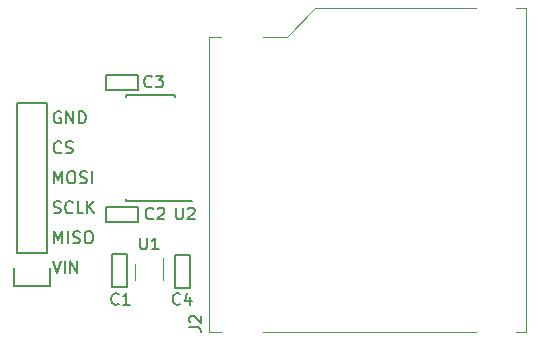
<source format=gto>
%TF.GenerationSoftware,KiCad,Pcbnew,4.0.4+e1-6308~48~ubuntu16.04.1-stable*%
%TF.CreationDate,2017-01-04T17:26:24-08:00*%
%TF.ProjectId,sd-full-2041021-4-breakout,73642D66756C6C2D323034313032312D,v1.0*%
%TF.FileFunction,Legend,Top*%
%FSLAX46Y46*%
G04 Gerber Fmt 4.6, Leading zero omitted, Abs format (unit mm)*
G04 Created by KiCad (PCBNEW 4.0.4+e1-6308~48~ubuntu16.04.1-stable) date Wed Jan  4 17:26:24 2017*
%MOMM*%
%LPD*%
G01*
G04 APERTURE LIST*
%ADD10C,0.350000*%
%ADD11C,0.152400*%
%ADD12C,0.150000*%
%ADD13C,0.120000*%
G04 APERTURE END LIST*
D10*
D11*
X101817715Y-85803619D02*
X102156382Y-86819619D01*
X102495048Y-85803619D01*
X102833715Y-86819619D02*
X102833715Y-85803619D01*
X103317525Y-86819619D02*
X103317525Y-85803619D01*
X103898096Y-86819619D01*
X103898096Y-85803619D01*
X101962858Y-84279619D02*
X101962858Y-83263619D01*
X102301524Y-83989333D01*
X102640191Y-83263619D01*
X102640191Y-84279619D01*
X103124001Y-84279619D02*
X103124001Y-83263619D01*
X103559430Y-84231238D02*
X103704573Y-84279619D01*
X103946477Y-84279619D01*
X104043239Y-84231238D01*
X104091620Y-84182857D01*
X104140001Y-84086095D01*
X104140001Y-83989333D01*
X104091620Y-83892571D01*
X104043239Y-83844190D01*
X103946477Y-83795810D01*
X103752954Y-83747429D01*
X103656192Y-83699048D01*
X103607811Y-83650667D01*
X103559430Y-83553905D01*
X103559430Y-83457143D01*
X103607811Y-83360381D01*
X103656192Y-83312000D01*
X103752954Y-83263619D01*
X103994858Y-83263619D01*
X104140001Y-83312000D01*
X104768954Y-83263619D02*
X104962477Y-83263619D01*
X105059239Y-83312000D01*
X105156001Y-83408762D01*
X105204382Y-83602286D01*
X105204382Y-83940952D01*
X105156001Y-84134476D01*
X105059239Y-84231238D01*
X104962477Y-84279619D01*
X104768954Y-84279619D01*
X104672192Y-84231238D01*
X104575430Y-84134476D01*
X104527049Y-83940952D01*
X104527049Y-83602286D01*
X104575430Y-83408762D01*
X104672192Y-83312000D01*
X104768954Y-83263619D01*
X101914477Y-81691238D02*
X102059620Y-81739619D01*
X102301524Y-81739619D01*
X102398286Y-81691238D01*
X102446667Y-81642857D01*
X102495048Y-81546095D01*
X102495048Y-81449333D01*
X102446667Y-81352571D01*
X102398286Y-81304190D01*
X102301524Y-81255810D01*
X102108001Y-81207429D01*
X102011239Y-81159048D01*
X101962858Y-81110667D01*
X101914477Y-81013905D01*
X101914477Y-80917143D01*
X101962858Y-80820381D01*
X102011239Y-80772000D01*
X102108001Y-80723619D01*
X102349905Y-80723619D01*
X102495048Y-80772000D01*
X103511048Y-81642857D02*
X103462667Y-81691238D01*
X103317524Y-81739619D01*
X103220762Y-81739619D01*
X103075620Y-81691238D01*
X102978858Y-81594476D01*
X102930477Y-81497714D01*
X102882096Y-81304190D01*
X102882096Y-81159048D01*
X102930477Y-80965524D01*
X102978858Y-80868762D01*
X103075620Y-80772000D01*
X103220762Y-80723619D01*
X103317524Y-80723619D01*
X103462667Y-80772000D01*
X103511048Y-80820381D01*
X104430286Y-81739619D02*
X103946477Y-81739619D01*
X103946477Y-80723619D01*
X104768953Y-81739619D02*
X104768953Y-80723619D01*
X105349524Y-81739619D02*
X104914096Y-81159048D01*
X105349524Y-80723619D02*
X104768953Y-81304190D01*
X101962858Y-79199619D02*
X101962858Y-78183619D01*
X102301524Y-78909333D01*
X102640191Y-78183619D01*
X102640191Y-79199619D01*
X103317525Y-78183619D02*
X103511048Y-78183619D01*
X103607810Y-78232000D01*
X103704572Y-78328762D01*
X103752953Y-78522286D01*
X103752953Y-78860952D01*
X103704572Y-79054476D01*
X103607810Y-79151238D01*
X103511048Y-79199619D01*
X103317525Y-79199619D01*
X103220763Y-79151238D01*
X103124001Y-79054476D01*
X103075620Y-78860952D01*
X103075620Y-78522286D01*
X103124001Y-78328762D01*
X103220763Y-78232000D01*
X103317525Y-78183619D01*
X104140001Y-79151238D02*
X104285144Y-79199619D01*
X104527048Y-79199619D01*
X104623810Y-79151238D01*
X104672191Y-79102857D01*
X104720572Y-79006095D01*
X104720572Y-78909333D01*
X104672191Y-78812571D01*
X104623810Y-78764190D01*
X104527048Y-78715810D01*
X104333525Y-78667429D01*
X104236763Y-78619048D01*
X104188382Y-78570667D01*
X104140001Y-78473905D01*
X104140001Y-78377143D01*
X104188382Y-78280381D01*
X104236763Y-78232000D01*
X104333525Y-78183619D01*
X104575429Y-78183619D01*
X104720572Y-78232000D01*
X105156001Y-79199619D02*
X105156001Y-78183619D01*
X102543429Y-76562857D02*
X102495048Y-76611238D01*
X102349905Y-76659619D01*
X102253143Y-76659619D01*
X102108001Y-76611238D01*
X102011239Y-76514476D01*
X101962858Y-76417714D01*
X101914477Y-76224190D01*
X101914477Y-76079048D01*
X101962858Y-75885524D01*
X102011239Y-75788762D01*
X102108001Y-75692000D01*
X102253143Y-75643619D01*
X102349905Y-75643619D01*
X102495048Y-75692000D01*
X102543429Y-75740381D01*
X102930477Y-76611238D02*
X103075620Y-76659619D01*
X103317524Y-76659619D01*
X103414286Y-76611238D01*
X103462667Y-76562857D01*
X103511048Y-76466095D01*
X103511048Y-76369333D01*
X103462667Y-76272571D01*
X103414286Y-76224190D01*
X103317524Y-76175810D01*
X103124001Y-76127429D01*
X103027239Y-76079048D01*
X102978858Y-76030667D01*
X102930477Y-75933905D01*
X102930477Y-75837143D01*
X102978858Y-75740381D01*
X103027239Y-75692000D01*
X103124001Y-75643619D01*
X103365905Y-75643619D01*
X103511048Y-75692000D01*
X102495048Y-73152000D02*
X102398286Y-73103619D01*
X102253143Y-73103619D01*
X102108001Y-73152000D01*
X102011239Y-73248762D01*
X101962858Y-73345524D01*
X101914477Y-73539048D01*
X101914477Y-73684190D01*
X101962858Y-73877714D01*
X102011239Y-73974476D01*
X102108001Y-74071238D01*
X102253143Y-74119619D01*
X102349905Y-74119619D01*
X102495048Y-74071238D01*
X102543429Y-74022857D01*
X102543429Y-73684190D01*
X102349905Y-73684190D01*
X102978858Y-74119619D02*
X102978858Y-73103619D01*
X103559429Y-74119619D01*
X103559429Y-73103619D01*
X104043239Y-74119619D02*
X104043239Y-73103619D01*
X104285144Y-73103619D01*
X104430286Y-73152000D01*
X104527048Y-73248762D01*
X104575429Y-73345524D01*
X104623810Y-73539048D01*
X104623810Y-73684190D01*
X104575429Y-73877714D01*
X104527048Y-73974476D01*
X104430286Y-74071238D01*
X104285144Y-74119619D01*
X104043239Y-74119619D01*
X108077000Y-85205000D02*
X106807000Y-85205000D01*
X108077000Y-87935500D02*
X106807000Y-87935500D01*
D12*
X108077000Y-85205000D02*
X108077000Y-87935500D01*
X106807000Y-87935500D02*
X106807000Y-85205000D01*
D11*
X106311000Y-81153000D02*
X106311000Y-82423000D01*
X109041500Y-81153000D02*
X109041500Y-82423000D01*
D12*
X106311000Y-81153000D02*
X109041500Y-81153000D01*
X109041500Y-82423000D02*
X106311000Y-82423000D01*
D11*
X106311000Y-69977000D02*
X106311000Y-71247000D01*
X109041500Y-69977000D02*
X109041500Y-71247000D01*
D12*
X106311000Y-69977000D02*
X109041500Y-69977000D01*
X109041500Y-71247000D02*
X106311000Y-71247000D01*
D11*
X112141000Y-88011000D02*
X113411000Y-88011000D01*
X112141000Y-85280500D02*
X113411000Y-85280500D01*
D12*
X112141000Y-88011000D02*
X112141000Y-85280500D01*
X113411000Y-85280500D02*
X113411000Y-88011000D01*
X98806000Y-85090000D02*
X98806000Y-72390000D01*
X98806000Y-72390000D02*
X101346000Y-72390000D01*
X101346000Y-72390000D02*
X101346000Y-85090000D01*
X98526000Y-87910000D02*
X98526000Y-86360000D01*
X98806000Y-85090000D02*
X101346000Y-85090000D01*
X101626000Y-86360000D02*
X101626000Y-87910000D01*
X101626000Y-87910000D02*
X98526000Y-87910000D01*
D13*
X141872000Y-64362000D02*
X141072000Y-64362000D01*
X141872000Y-91762000D02*
X141872000Y-64362000D01*
X141072000Y-91762000D02*
X141872000Y-91762000D01*
X119672000Y-91762000D02*
X137672000Y-91762000D01*
X124072000Y-64362000D02*
X137672000Y-64362000D01*
X121672000Y-66762000D02*
X124072000Y-64362000D01*
X119672000Y-66762000D02*
X121672000Y-66762000D01*
X115072000Y-66762000D02*
X116072000Y-66762000D01*
X115072000Y-91762000D02*
X115072000Y-66762000D01*
X116072000Y-91762000D02*
X115072000Y-91762000D01*
X111142000Y-87380000D02*
X111142000Y-85480000D01*
X108822000Y-85980000D02*
X108822000Y-87380000D01*
D12*
X108067000Y-80650000D02*
X108067000Y-80535000D01*
X108067000Y-71750000D02*
X108067000Y-71865000D01*
X112217000Y-71750000D02*
X112217000Y-71865000D01*
X112217000Y-80650000D02*
X108067000Y-80650000D01*
X112217000Y-71750000D02*
X108067000Y-71750000D01*
X112217000Y-80650000D02*
X113592000Y-80650000D01*
X107402334Y-89384143D02*
X107354715Y-89431762D01*
X107211858Y-89479381D01*
X107116620Y-89479381D01*
X106973762Y-89431762D01*
X106878524Y-89336524D01*
X106830905Y-89241286D01*
X106783286Y-89050810D01*
X106783286Y-88907952D01*
X106830905Y-88717476D01*
X106878524Y-88622238D01*
X106973762Y-88527000D01*
X107116620Y-88479381D01*
X107211858Y-88479381D01*
X107354715Y-88527000D01*
X107402334Y-88574619D01*
X108354715Y-89479381D02*
X107783286Y-89479381D01*
X108069000Y-89479381D02*
X108069000Y-88479381D01*
X107973762Y-88622238D01*
X107878524Y-88717476D01*
X107783286Y-88765095D01*
X110323334Y-82145143D02*
X110275715Y-82192762D01*
X110132858Y-82240381D01*
X110037620Y-82240381D01*
X109894762Y-82192762D01*
X109799524Y-82097524D01*
X109751905Y-82002286D01*
X109704286Y-81811810D01*
X109704286Y-81668952D01*
X109751905Y-81478476D01*
X109799524Y-81383238D01*
X109894762Y-81288000D01*
X110037620Y-81240381D01*
X110132858Y-81240381D01*
X110275715Y-81288000D01*
X110323334Y-81335619D01*
X110704286Y-81335619D02*
X110751905Y-81288000D01*
X110847143Y-81240381D01*
X111085239Y-81240381D01*
X111180477Y-81288000D01*
X111228096Y-81335619D01*
X111275715Y-81430857D01*
X111275715Y-81526095D01*
X111228096Y-81668952D01*
X110656667Y-82240381D01*
X111275715Y-82240381D01*
X110196334Y-70969143D02*
X110148715Y-71016762D01*
X110005858Y-71064381D01*
X109910620Y-71064381D01*
X109767762Y-71016762D01*
X109672524Y-70921524D01*
X109624905Y-70826286D01*
X109577286Y-70635810D01*
X109577286Y-70492952D01*
X109624905Y-70302476D01*
X109672524Y-70207238D01*
X109767762Y-70112000D01*
X109910620Y-70064381D01*
X110005858Y-70064381D01*
X110148715Y-70112000D01*
X110196334Y-70159619D01*
X110529667Y-70064381D02*
X111148715Y-70064381D01*
X110815381Y-70445333D01*
X110958239Y-70445333D01*
X111053477Y-70492952D01*
X111101096Y-70540571D01*
X111148715Y-70635810D01*
X111148715Y-70873905D01*
X111101096Y-70969143D01*
X111053477Y-71016762D01*
X110958239Y-71064381D01*
X110672524Y-71064381D01*
X110577286Y-71016762D01*
X110529667Y-70969143D01*
X112609334Y-89384143D02*
X112561715Y-89431762D01*
X112418858Y-89479381D01*
X112323620Y-89479381D01*
X112180762Y-89431762D01*
X112085524Y-89336524D01*
X112037905Y-89241286D01*
X111990286Y-89050810D01*
X111990286Y-88907952D01*
X112037905Y-88717476D01*
X112085524Y-88622238D01*
X112180762Y-88527000D01*
X112323620Y-88479381D01*
X112418858Y-88479381D01*
X112561715Y-88527000D01*
X112609334Y-88574619D01*
X113466477Y-88812714D02*
X113466477Y-89479381D01*
X113228381Y-88431762D02*
X112990286Y-89146048D01*
X113609334Y-89146048D01*
X113371381Y-91392333D02*
X114085667Y-91392333D01*
X114228524Y-91439953D01*
X114323762Y-91535191D01*
X114371381Y-91678048D01*
X114371381Y-91773286D01*
X113466619Y-90963762D02*
X113419000Y-90916143D01*
X113371381Y-90820905D01*
X113371381Y-90582809D01*
X113419000Y-90487571D01*
X113466619Y-90439952D01*
X113561857Y-90392333D01*
X113657095Y-90392333D01*
X113799952Y-90439952D01*
X114371381Y-91011381D01*
X114371381Y-90392333D01*
X109220095Y-83780381D02*
X109220095Y-84589905D01*
X109267714Y-84685143D01*
X109315333Y-84732762D01*
X109410571Y-84780381D01*
X109601048Y-84780381D01*
X109696286Y-84732762D01*
X109743905Y-84685143D01*
X109791524Y-84589905D01*
X109791524Y-83780381D01*
X110791524Y-84780381D02*
X110220095Y-84780381D01*
X110505809Y-84780381D02*
X110505809Y-83780381D01*
X110410571Y-83923238D01*
X110315333Y-84018476D01*
X110220095Y-84066095D01*
X112268095Y-81240381D02*
X112268095Y-82049905D01*
X112315714Y-82145143D01*
X112363333Y-82192762D01*
X112458571Y-82240381D01*
X112649048Y-82240381D01*
X112744286Y-82192762D01*
X112791905Y-82145143D01*
X112839524Y-82049905D01*
X112839524Y-81240381D01*
X113268095Y-81335619D02*
X113315714Y-81288000D01*
X113410952Y-81240381D01*
X113649048Y-81240381D01*
X113744286Y-81288000D01*
X113791905Y-81335619D01*
X113839524Y-81430857D01*
X113839524Y-81526095D01*
X113791905Y-81668952D01*
X113220476Y-82240381D01*
X113839524Y-82240381D01*
M02*

</source>
